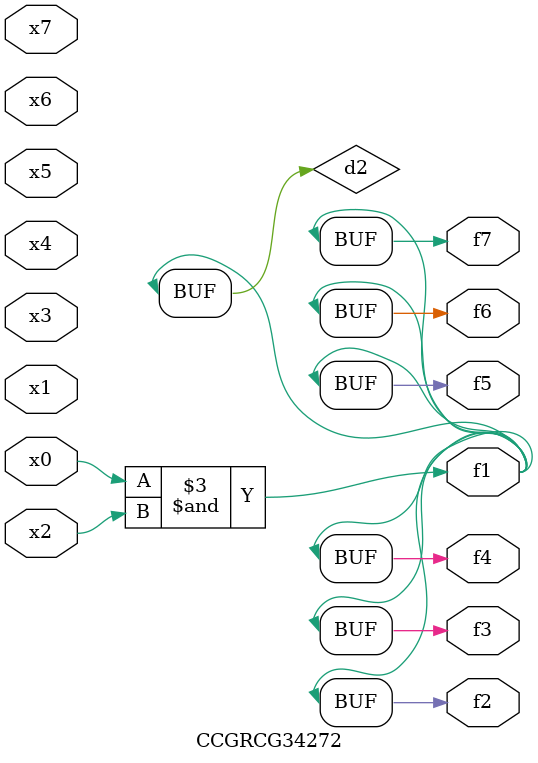
<source format=v>
module CCGRCG34272(
	input x0, x1, x2, x3, x4, x5, x6, x7,
	output f1, f2, f3, f4, f5, f6, f7
);

	wire d1, d2;

	nor (d1, x3, x6);
	and (d2, x0, x2);
	assign f1 = d2;
	assign f2 = d2;
	assign f3 = d2;
	assign f4 = d2;
	assign f5 = d2;
	assign f6 = d2;
	assign f7 = d2;
endmodule

</source>
